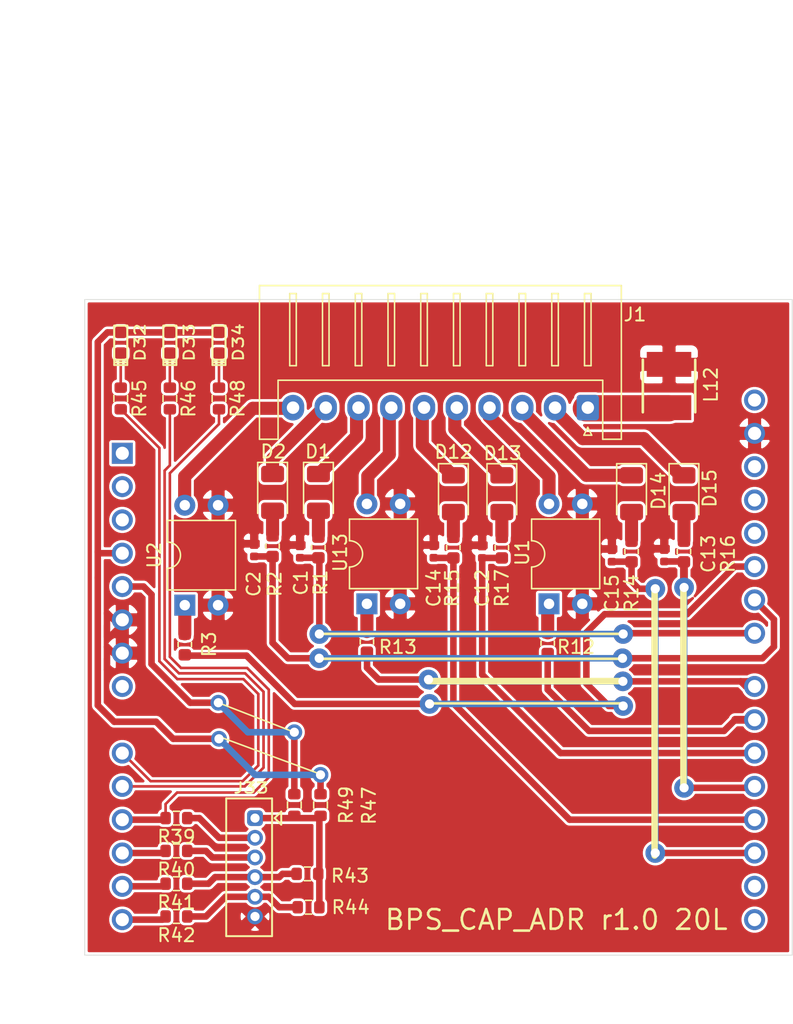
<source format=kicad_pcb>
(kicad_pcb (version 20171130) (host pcbnew "(5.1.6)-1")
  (layers (0 F.Cu signal) (31 B.Cu signal) (34 B.Paste user hide) (35 F.Paste user) (36 B.SilkS user hide) (37 F.SilkS user) (38 B.Mask user hide) (39 F.Mask user) (44 Edge.Cuts user))
  (net 0 "")
  (net 1 "Net-(A12-Pad16)")
  (net 2 "Net-(A12-Pad15)")
  (net 3 "Net-(A12-Pad14)")
  (net 4 "Net-(A12-Pad13)")
  (net 5 "Net-(A12-Pad28)")
  (net 6 "Net-(A12-Pad12)")
  (net 7 "Net-(A12-Pad27)")
  (net 8 "Net-(A12-Pad11)")
  (net 9 "Net-(A12-Pad26)")
  (net 10 "Net-(A12-Pad10)")
  (net 11 "Net-(A12-Pad25)")
  (net 12 "Net-(A12-Pad9)")
  (net 13 "Net-(A12-Pad24)")
  (net 14 "Net-(A12-Pad8)")
  (net 15 "Net-(A12-Pad23)")
  (net 16 GND)
  (net 17 "Net-(A12-Pad22)")
  (net 18 "Net-(A12-Pad21)")
  (net 19 "Net-(A12-Pad20)")
  (net 20 "Net-(A12-Pad19)")
  (net 21 "Net-(A12-Pad3)")
  (net 22 "Net-(A12-Pad18)")
  (net 23 "Net-(A12-Pad2)")
  (net 24 "Net-(A12-Pad17)")
  (net 25 "Net-(A12-Pad1)")
  (net 26 "Net-(A12-Pad30)")
  (net 27 "Net-(D12-Pad2)")
  (net 28 WhiteSensor)
  (net 29 "Net-(D13-Pad2)")
  (net 30 PassSensor_Area3)
  (net 31 "Net-(D14-Pad2)")
  (net 32 PE_Camera_B17)
  (net 33 "Net-(D15-Pad2)")
  (net 34 PassSensor_Area2)
  (net 35 AIR3_Y012)
  (net 36 DeviceGND)
  (net 37 AIR2_Y006)
  (net 38 "Net-(R12-Pad2)")
  (net 39 "Net-(R13-Pad2)")
  (net 40 "Net-(D1-Pad2)")
  (net 41 Sensor1)
  (net 42 "Net-(D2-Pad2)")
  (net 43 PassSensor_Area1)
  (net 44 "Net-(R3-Pad2)")
  (net 45 AIR1_Y005)
  (net 46 +5V)
  (net 47 +3V3)
  (net 48 "Net-(D32-Pad1)")
  (net 49 "Net-(D33-Pad1)")
  (net 50 "Net-(D34-Pad1)")
  (net 51 D19_A5)
  (net 52 D18_A4)
  (net 53 "Net-(J33-Pad1)")
  (net 54 D16_A2)
  (net 55 D17_A3)
  (module Resistor_SMD:R_0603_1608Metric (layer F.Cu) (at 89 138.25 90)
    (fp_text reference R49 (at 0 3.95 90) (layer F.SilkS))
    (fp_text value 0)
    (pad 2 smd roundrect (at 0.825 0 90) (size 0.8 0.95) (layers F.Cu F.Paste F.Mask) (net 46 +5V))
    (pad 1 smd roundrect (at -0.825 0 90) (size 0.8 0.95) (layers F.Cu F.Paste F.Mask) (net 53 "Net-(J33-Pad1)"))
  )
  (module Resistor_SMD:R_0603_1608Metric (layer F.Cu) (at 83.25 107.25 270)
    (fp_text reference R48 (at 0 -1.43 90) (layer F.SilkS))
    (fp_text value 2.2k)
    (pad 2 smd roundrect (at 0.825 0 270) (size 0.8 0.95) (layers F.Cu F.Paste F.Mask) (net 8 "Net-(A12-Pad11)"))
    (pad 1 smd roundrect (at -0.825 0 270) (size 0.8 0.95) (layers F.Cu F.Paste F.Mask) (net 50 "Net-(D34-Pad1)"))
  )
  (module Resistor_SMD:R_0603_1608Metric (layer F.Cu) (at 91 138.25 90)
    (fp_text reference R47 (at -0.05 3.7 90) (layer F.SilkS))
    (fp_text value NC)
    (pad 2 smd roundrect (at 0.825 0 90) (size 0.8 0.95) (layers F.Cu F.Paste F.Mask) (net 47 +3V3))
    (pad 1 smd roundrect (at -0.825 0 90) (size 0.8 0.95) (layers F.Cu F.Paste F.Mask) (net 53 "Net-(J33-Pad1)"))
  )
  (module Resistor_SMD:R_0603_1608Metric (layer F.Cu) (at 79.5 107.25 270)
    (fp_text reference R46 (at 0 -1.43 90) (layer F.SilkS))
    (fp_text value 2.2k)
    (pad 2 smd roundrect (at 0.825 0 270) (size 0.8 0.95) (layers F.Cu F.Paste F.Mask) (net 10 "Net-(A12-Pad10)"))
    (pad 1 smd roundrect (at -0.825 0 270) (size 0.8 0.95) (layers F.Cu F.Paste F.Mask) (net 49 "Net-(D33-Pad1)"))
  )
  (module Resistor_SMD:R_0603_1608Metric (layer F.Cu) (at 75.75 107.25 270)
    (fp_text reference R45 (at 0 -1.43 90) (layer F.SilkS))
    (fp_text value 2.2k)
    (pad 2 smd roundrect (at 0.825 0 270) (size 0.8 0.95) (layers F.Cu F.Paste F.Mask) (net 12 "Net-(A12-Pad9)"))
    (pad 1 smd roundrect (at -0.825 0 270) (size 0.8 0.95) (layers F.Cu F.Paste F.Mask) (net 48 "Net-(D32-Pad1)"))
  )
  (module Resistor_SMD:R_0603_1608Metric (layer F.Cu) (at 90.085 146.045)
    (fp_text reference R44 (at 3.215 0.005) (layer F.SilkS))
    (fp_text value NC)
    (pad 2 smd roundrect (at 0.825 0) (size 0.8 0.95) (layers F.Cu F.Paste F.Mask) (net 53 "Net-(J33-Pad1)"))
    (pad 1 smd roundrect (at -0.825 0) (size 0.8 0.95) (layers F.Cu F.Paste F.Mask) (net 51 D19_A5))
  )
  (module Resistor_SMD:R_0603_1608Metric (layer F.Cu) (at 90 143.5)
    (fp_text reference R43 (at 3.25 0.15 180) (layer F.SilkS))
    (fp_text value NC)
    (pad 2 smd roundrect (at 0.825 0) (size 0.8 0.95) (layers F.Cu F.Paste F.Mask) (net 53 "Net-(J33-Pad1)"))
    (pad 1 smd roundrect (at -0.825 0) (size 0.8 0.95) (layers F.Cu F.Paste F.Mask) (net 52 D18_A4))
  )
  (module Resistor_SMD:R_0603_1608Metric (layer F.Cu) (at 80 146.75 180)
    (fp_text reference R42 (at 0 -1.43) (layer F.SilkS))
    (fp_text value 100)
    (pad 2 smd roundrect (at 0.825 0 180) (size 0.8 0.95) (layers F.Cu F.Paste F.Mask) (net 3 "Net-(A12-Pad14)"))
    (pad 1 smd roundrect (at -0.825 0 180) (size 0.8 0.95) (layers F.Cu F.Paste F.Mask) (net 51 D19_A5))
  )
  (module Resistor_SMD:R_0603_1608Metric (layer F.Cu) (at 80 144.25 180)
    (fp_text reference R41 (at 0 -1.43) (layer F.SilkS))
    (fp_text value 100)
    (pad 2 smd roundrect (at 0.825 0 180) (size 0.8 0.95) (layers F.Cu F.Paste F.Mask) (net 4 "Net-(A12-Pad13)"))
    (pad 1 smd roundrect (at -0.825 0 180) (size 0.8 0.95) (layers F.Cu F.Paste F.Mask) (net 52 D18_A4))
  )
  (module Resistor_SMD:R_0603_1608Metric (layer F.Cu) (at 80 141.75 180)
    (fp_text reference R40 (at 0 -1.43) (layer F.SilkS))
    (fp_text value 100)
    (pad 2 smd roundrect (at 0.825 0 180) (size 0.8 0.95) (layers F.Cu F.Paste F.Mask) (net 6 "Net-(A12-Pad12)"))
    (pad 1 smd roundrect (at -0.825 0 180) (size 0.8 0.95) (layers F.Cu F.Paste F.Mask) (net 55 D17_A3))
  )
  (module Resistor_SMD:R_0603_1608Metric (layer F.Cu) (at 80 139.25 180)
    (fp_text reference R39 (at 0 -1.43) (layer F.SilkS))
    (fp_text value 100)
    (pad 2 smd roundrect (at 0.825 0 180) (size 0.8 0.95) (layers F.Cu F.Paste F.Mask) (net 8 "Net-(A12-Pad11)"))
    (pad 1 smd roundrect (at -0.825 0 180) (size 0.8 0.95) (layers F.Cu F.Paste F.Mask) (net 54 D16_A2))
  )
  (module CapSorting:INDPM4040X180N (layer F.Cu) (at 117.6 106.3 270)
    (fp_text reference L12 (at -0.1 -3.2 90) (layer F.SilkS))
    (fp_text value "6.8uH(74404042068)" hide)
    (pad 1 smd rect (at -1.65 0 270) (size 1.9 3.4) (layers F.Cu F.Paste F.Mask) (net 16 GND))
    (pad 2 smd rect (at 1.65 0 270) (size 1.9 3.4) (layers F.Cu F.Paste F.Mask) (net 36 DeviceGND))
  )
  (module spot:ZH_B6B-ZR (layer F.Cu) (at 86 139.25 270)
    (fp_text reference J33 (at -2.3 0.3) (layer F.SilkS) (effects (font (size 0.8 1))))
    (fp_text value ZH_B6B-ZR)
    (pad 6 thru_hole circle (at 7.5 0 270) (size 1.2 1.2) (drill 0.7) (layers *.Cu *.Mask) (net 16 GND))
    (pad 5 thru_hole circle (at 6 0 270) (size 1.2 1.2) (drill 0.7) (layers *.Cu *.Mask) (net 51 D19_A5))
    (pad 4 thru_hole circle (at 4.5 0 270) (size 1.2 1.2) (drill 0.7) (layers *.Cu *.Mask) (net 52 D18_A4))
    (pad 1 thru_hole roundrect (at 0 0 270) (size 1.2 1.2) (drill 0.7) (layers *.Cu *.Mask) (net 53 "Net-(J33-Pad1)"))
    (pad 2 thru_hole circle (at 1.5 0 270) (size 1.2 1.2) (drill 0.7) (layers *.Cu *.Mask) (net 54 D16_A2))
    (pad 3 thru_hole circle (at 3 0 270) (size 1.2 1.2) (drill 0.7) (layers *.Cu *.Mask) (net 55 D17_A3))
  )
  (module Connector_JST:JST_XH_S10B-XH-A_1x10_P2.50mm_Horizontal (layer F.Cu) (at 111.4 107.95 180)
    (fp_text reference J1 (at -3.6 7.1) (layer F.SilkS))
    (fp_text value S10B-XH-A)
    (pad 10 thru_hole oval (at 22.5 0 180) (size 1.7 1.95) (drill 0.95) (layers *.Cu *.Mask) (net 45 AIR1_Y005))
    (pad 9 thru_hole oval (at 20 0 180) (size 1.7 1.95) (drill 0.95) (layers *.Cu *.Mask) (net 43 PassSensor_Area1))
    (pad 8 thru_hole oval (at 17.5 0 180) (size 1.7 1.95) (drill 0.95) (layers *.Cu *.Mask) (net 41 Sensor1))
    (pad 7 thru_hole oval (at 15 0 180) (size 1.7 1.95) (drill 0.95) (layers *.Cu *.Mask) (net 35 AIR3_Y012))
    (pad 6 thru_hole oval (at 12.5 0 180) (size 1.7 1.95) (drill 0.95) (layers *.Cu *.Mask) (net 28 WhiteSensor))
    (pad 5 thru_hole oval (at 10 0 180) (size 1.7 1.95) (drill 0.95) (layers *.Cu *.Mask) (net 30 PassSensor_Area3))
    (pad 4 thru_hole oval (at 7.5 0 180) (size 1.7 1.95) (drill 0.95) (layers *.Cu *.Mask) (net 37 AIR2_Y006))
    (pad 3 thru_hole oval (at 5 0 180) (size 1.7 1.95) (drill 0.95) (layers *.Cu *.Mask) (net 32 PE_Camera_B17))
    (pad 2 thru_hole oval (at 2.5 0 180) (size 1.7 1.95) (drill 0.95) (layers *.Cu *.Mask) (net 34 PassSensor_Area2))
    (pad 1 thru_hole roundrect (at 0 0 180) (size 1.7 1.95) (drill 0.95) (layers *.Cu *.Mask) (roundrect_rratio 0.1470588235294118) (net 36 DeviceGND))
  )
  (module spot:LED1608 (layer F.Cu) (at 83.25 103 270)
    (fp_text reference D34 (at -0.025 -1.475 90) (layer F.SilkS) (effects (font (size 0.8 1))))
    (fp_text value LED)
    (pad 1 smd roundrect (at 0.7875 0 270) (size 0.875 0.95) (layers F.Cu F.Paste F.Mask) (net 50 "Net-(D34-Pad1)"))
    (pad 2 smd roundrect (at -0.7875 0 270) (size 0.875 0.95) (layers F.Cu F.Paste F.Mask) (net 47 +3V3))
  )
  (module spot:LED1608 (layer F.Cu) (at 79.5 103 270)
    (fp_text reference D33 (at -0.025 -1.475 90) (layer F.SilkS) (effects (font (size 0.8 1))))
    (fp_text value LED)
    (pad 1 smd roundrect (at 0.7875 0 270) (size 0.875 0.95) (layers F.Cu F.Paste F.Mask) (net 49 "Net-(D33-Pad1)"))
    (pad 2 smd roundrect (at -0.7875 0 270) (size 0.875 0.95) (layers F.Cu F.Paste F.Mask) (net 47 +3V3))
  )
  (module spot:LED1608 (layer F.Cu) (at 75.75 103 270)
    (fp_text reference D32 (at -0.025 -1.475 90) (layer F.SilkS) (effects (font (size 0.8 1))))
    (fp_text value LED)
    (pad 1 smd roundrect (at 0.7875 0 270) (size 0.875 0.95) (layers F.Cu F.Paste F.Mask) (net 48 "Net-(D32-Pad1)"))
    (pad 2 smd roundrect (at -0.7875 0 270) (size 0.875 0.95) (layers F.Cu F.Paste F.Mask) (net 47 +3V3))
  )
  (module Package_DIP:DIP-4_W7.62mm (layer F.Cu) (at 80.64 123.01 90)
    (fp_text reference U2 (at 3.81 -2.33 90) (layer F.SilkS))
    (fp_text value TLP785)
    (pad 1 thru_hole rect (at 0 0 90) (size 1.6 1.6) (drill 0.8) (layers *.Cu *.Mask) (net 44 "Net-(R3-Pad2)"))
    (pad 3 thru_hole oval (at 7.62 2.54 90) (size 1.6 1.6) (drill 0.8) (layers *.Cu *.Mask) (net 16 GND))
    (pad 2 thru_hole oval (at 0 2.54 90) (size 1.6 1.6) (drill 0.8) (layers *.Cu *.Mask) (net 16 GND))
    (pad 4 thru_hole oval (at 7.62 0 90) (size 1.6 1.6) (drill 0.8) (layers *.Cu *.Mask) (net 45 AIR1_Y005))
  )
  (module Resistor_SMD:R_0603_1608Metric (layer F.Cu) (at 80.64 126.01 90)
    (fp_text reference R3 (at 0.01 1.86 90) (layer F.SilkS))
    (fp_text value 1k)
    (pad 1 smd roundrect (at -0.7875 0 90) (size 0.875 0.95) (layers F.Cu F.Paste F.Mask) (net 11 "Net-(A12-Pad25)"))
    (pad 2 smd roundrect (at 0.7875 0 90) (size 0.875 0.95) (layers F.Cu F.Paste F.Mask) (net 44 "Net-(R3-Pad2)"))
  )
  (module Resistor_SMD:R_0603_1608Metric (layer F.Cu) (at 87.34 118.51 90)
    (fp_text reference R2 (at -2.89 0.16 90) (layer F.SilkS))
    (fp_text value 1k)
    (pad 1 smd roundrect (at -0.7875 0 90) (size 0.875 0.95) (layers F.Cu F.Paste F.Mask) (net 13 "Net-(A12-Pad24)"))
    (pad 2 smd roundrect (at 0.7875 0 90) (size 0.875 0.95) (layers F.Cu F.Paste F.Mask) (net 42 "Net-(D2-Pad2)"))
  )
  (module Resistor_SMD:R_0603_1608Metric (layer F.Cu) (at 90.84 118.61 90)
    (fp_text reference R1 (at -2.69 0.16 90) (layer F.SilkS))
    (fp_text value 1k)
    (pad 1 smd roundrect (at -0.7875 0 90) (size 0.875 0.95) (layers F.Cu F.Paste F.Mask) (net 15 "Net-(A12-Pad23)"))
    (pad 2 smd roundrect (at 0.7875 0 90) (size 0.875 0.95) (layers F.Cu F.Paste F.Mask) (net 40 "Net-(D1-Pad2)"))
  )
  (module Diode_SMD:D_1206_3216Metric (layer F.Cu) (at 87.34 114.41 270)
    (fp_text reference D2 (at -3.11 -0.06 180) (layer F.SilkS))
    (fp_text value RB060M-60TR)
    (pad 1 smd roundrect (at -1.4 0 270) (size 1.25 1.75) (layers F.Cu F.Paste F.Mask) (roundrect_rratio 0.2) (net 43 PassSensor_Area1))
    (pad 2 smd roundrect (at 1.4 0 270) (size 1.25 1.75) (layers F.Cu F.Paste F.Mask) (roundrect_rratio 0.2) (net 42 "Net-(D2-Pad2)"))
  )
  (module Diode_SMD:D_1206_3216Metric (layer F.Cu) (at 90.84 114.41 270)
    (fp_text reference D1 (at -3.11 0.04) (layer F.SilkS))
    (fp_text value RB060M-60TR)
    (pad 1 smd roundrect (at -1.4 0 270) (size 1.25 1.75) (layers F.Cu F.Paste F.Mask) (roundrect_rratio 0.2) (net 41 Sensor1))
    (pad 2 smd roundrect (at 1.4 0 270) (size 1.25 1.75) (layers F.Cu F.Paste F.Mask) (roundrect_rratio 0.2) (net 40 "Net-(D1-Pad2)"))
  )
  (module Resistor_SMD:R_0402_1005Metric (layer F.Cu) (at 85.94 118.81 90)
    (fp_text reference C2 (at -2.59 -0.04 90) (layer F.SilkS))
    (fp_text value 0.22u)
    (pad 1 smd roundrect (at -0.485 0 90) (size 0.59 0.64) (layers F.Cu F.Paste F.Mask) (net 13 "Net-(A12-Pad24)"))
    (pad 2 smd roundrect (at 0.485 0 90) (size 0.59 0.64) (layers F.Cu F.Paste F.Mask) (net 16 GND))
  )
  (module Resistor_SMD:R_0402_1005Metric (layer F.Cu) (at 89.44 118.91 90)
    (fp_text reference C1 (at -2.39 0.06 90) (layer F.SilkS))
    (fp_text value 0.22u)
    (pad 1 smd roundrect (at -0.485 0 90) (size 0.59 0.64) (layers F.Cu F.Paste F.Mask) (net 15 "Net-(A12-Pad23)"))
    (pad 2 smd roundrect (at 0.485 0 90) (size 0.59 0.64) (layers F.Cu F.Paste F.Mask) (net 16 GND))
  )
  (module Module:Arduino_UNO_R2 (layer B.Cu) (at 100 100 180)
    (fp_text reference A12 hide)
    (fp_text value Arduino_UNO_R3 hide)
    (pad 30 thru_hole oval (at -24.13 -7.37 180) (size 1.6 1.6) (drill 1) (layers *.Cu *.Mask) (net 26 "Net-(A12-Pad30)"))
    (pad 17 thru_hole oval (at -24.13 -41.91 180) (size 1.6 1.6) (drill 1) (layers *.Cu *.Mask) (net 24 "Net-(A12-Pad17)"))
    (pad 25 thru_hole oval (at -24.13 -20.07 180) (size 1.6 1.6) (drill 1) (layers *.Cu *.Mask) (net 11 "Net-(A12-Pad25)"))
    (pad 6 thru_hole oval (at 24.13 -24.13 180) (size 1.6 1.6) (drill 1) (layers *.Cu *.Mask) (net 16 GND))
    (pad 10 thru_hole oval (at 24.13 -36.83 180) (size 1.6 1.6) (drill 1) (layers *.Cu *.Mask) (net 10 "Net-(A12-Pad10)"))
    (pad 15 thru_hole oval (at -24.13 -46.99 180) (size 1.6 1.6) (drill 1) (layers *.Cu *.Mask) (net 2 "Net-(A12-Pad15)"))
    (pad 29 thru_hole oval (at -24.13 -9.91 180) (size 1.6 1.6) (drill 1) (layers *.Cu *.Mask) (net 16 GND))
    (pad 20 thru_hole oval (at -24.13 -34.29 180) (size 1.6 1.6) (drill 1) (layers *.Cu *.Mask) (net 19 "Net-(A12-Pad20)"))
    (pad 7 thru_hole oval (at 24.13 -26.67 180) (size 1.6 1.6) (drill 1) (layers *.Cu *.Mask) (net 16 GND))
    (pad 5 thru_hole oval (at 24.13 -21.59 180) (size 1.6 1.6) (drill 1) (layers *.Cu *.Mask) (net 46 +5V))
    (pad 12 thru_hole oval (at 24.13 -41.91 180) (size 1.6 1.6) (drill 1) (layers *.Cu *.Mask) (net 6 "Net-(A12-Pad12)"))
    (pad 4 thru_hole oval (at 24.13 -19.05 180) (size 1.6 1.6) (drill 1) (layers *.Cu *.Mask) (net 47 +3V3))
    (pad 28 thru_hole oval (at -24.13 -12.45 180) (size 1.6 1.6) (drill 1) (layers *.Cu *.Mask) (net 5 "Net-(A12-Pad28)"))
    (pad 14 thru_hole oval (at 24.13 -46.99 180) (size 1.6 1.6) (drill 1) (layers *.Cu *.Mask) (net 3 "Net-(A12-Pad14)"))
    (pad 26 thru_hole oval (at -24.13 -17.53 180) (size 1.6 1.6) (drill 1) (layers *.Cu *.Mask) (net 9 "Net-(A12-Pad26)"))
    (pad 11 thru_hole oval (at 24.13 -39.37 180) (size 1.6 1.6) (drill 1) (layers *.Cu *.Mask) (net 8 "Net-(A12-Pad11)"))
    (pad 24 thru_hole oval (at -24.13 -22.61 180) (size 1.6 1.6) (drill 1) (layers *.Cu *.Mask) (net 13 "Net-(A12-Pad24)"))
    (pad 16 thru_hole oval (at -24.13 -44.45 180) (size 1.6 1.6) (drill 1) (layers *.Cu *.Mask) (net 1 "Net-(A12-Pad16)"))
    (pad 13 thru_hole oval (at 24.13 -44.45 180) (size 1.6 1.6) (drill 1) (layers *.Cu *.Mask) (net 4 "Net-(A12-Pad13)"))
    (pad 8 thru_hole oval (at 24.13 -29.21 180) (size 1.6 1.6) (drill 1) (layers *.Cu *.Mask) (net 14 "Net-(A12-Pad8)"))
    (pad 2 thru_hole oval (at 24.13 -13.97 180) (size 1.6 1.6) (drill 1) (layers *.Cu *.Mask) (net 23 "Net-(A12-Pad2)"))
    (pad 18 thru_hole oval (at -24.13 -39.37 180) (size 1.6 1.6) (drill 1) (layers *.Cu *.Mask) (net 22 "Net-(A12-Pad18)"))
    (pad 27 thru_hole oval (at -24.13 -14.99 180) (size 1.6 1.6) (drill 1) (layers *.Cu *.Mask) (net 7 "Net-(A12-Pad27)"))
    (pad 9 thru_hole oval (at 24.13 -34.29 180) (size 1.6 1.6) (drill 1) (layers *.Cu *.Mask) (net 12 "Net-(A12-Pad9)"))
    (pad 23 thru_hole oval (at -24.13 -25.15 180) (size 1.6 1.6) (drill 1) (layers *.Cu *.Mask) (net 15 "Net-(A12-Pad23)"))
    (pad 3 thru_hole oval (at 24.13 -16.51 180) (size 1.6 1.6) (drill 1) (layers *.Cu *.Mask) (net 21 "Net-(A12-Pad3)"))
    (pad 21 thru_hole oval (at -24.13 -31.75 180) (size 1.6 1.6) (drill 1) (layers *.Cu *.Mask) (net 18 "Net-(A12-Pad21)"))
    (pad 19 thru_hole oval (at -24.13 -36.83 180) (size 1.6 1.6) (drill 1) (layers *.Cu *.Mask) (net 20 "Net-(A12-Pad19)"))
    (pad 22 thru_hole oval (at -24.13 -29.21 180) (size 1.6 1.6) (drill 1) (layers *.Cu *.Mask) (net 17 "Net-(A12-Pad22)"))
    (pad 1 thru_hole rect (at 24.13 -11.43 180) (size 1.6 1.6) (drill 1) (layers *.Cu *.Mask) (net 25 "Net-(A12-Pad1)"))
  )
  (module Resistor_SMD:R_0603_1608Metric (layer F.Cu) (at 104.84 118.6225 90)
    (fp_text reference R17 (at -3.0875 0 270) (layer F.SilkS))
    (fp_text value 1k)
    (pad 1 smd roundrect (at -0.7875 0 90) (size 0.875 0.95) (layers F.Cu F.Paste F.Mask) (net 19 "Net-(A12-Pad20)"))
    (pad 2 smd roundrect (at 0.7875 0 90) (size 0.875 0.95) (layers F.Cu F.Paste F.Mask) (net 29 "Net-(D13-Pad2)"))
  )
  (module Resistor_SMD:R_0603_1608Metric (layer F.Cu) (at 118.74 118.9225 90)
    (fp_text reference R16 (at -0.1775 3.36 270) (layer F.SilkS))
    (fp_text value 1k)
    (pad 1 smd roundrect (at -0.7875 0 90) (size 0.875 0.95) (layers F.Cu F.Paste F.Mask) (net 20 "Net-(A12-Pad19)"))
    (pad 2 smd roundrect (at 0.7875 0 90) (size 0.875 0.95) (layers F.Cu F.Paste F.Mask) (net 33 "Net-(D15-Pad2)"))
  )
  (module Resistor_SMD:R_0603_1608Metric (layer F.Cu) (at 101.14 118.6225 90)
    (fp_text reference R15 (at -3.0875 -0.1 270) (layer F.SilkS))
    (fp_text value 1k)
    (pad 1 smd roundrect (at -0.7875 0 90) (size 0.875 0.95) (layers F.Cu F.Paste F.Mask) (net 22 "Net-(A12-Pad18)"))
    (pad 2 smd roundrect (at 0.7875 0 90) (size 0.875 0.95) (layers F.Cu F.Paste F.Mask) (net 27 "Net-(D12-Pad2)"))
  )
  (module Resistor_SMD:R_0603_1608Metric (layer F.Cu) (at 114.74 118.9225 90)
    (fp_text reference R14 (at -3.1875 0 270) (layer F.SilkS))
    (fp_text value 1k)
    (pad 1 smd roundrect (at -0.7875 0 90) (size 0.875 0.95) (layers F.Cu F.Paste F.Mask) (net 24 "Net-(A12-Pad17)"))
    (pad 2 smd roundrect (at 0.7875 0 90) (size 0.875 0.95) (layers F.Cu F.Paste F.Mask) (net 31 "Net-(D14-Pad2)"))
  )
  (module Resistor_SMD:R_0603_1608Metric (layer F.Cu) (at 94.54 125.81 90)
    (fp_text reference R13 (at -0.39 2.36) (layer F.SilkS))
    (fp_text value 1k)
    (pad 1 smd roundrect (at -0.7875 0 90) (size 0.875 0.95) (layers F.Cu F.Paste F.Mask) (net 17 "Net-(A12-Pad22)"))
    (pad 2 smd roundrect (at 0.7875 0 90) (size 0.875 0.95) (layers F.Cu F.Paste F.Mask) (net 39 "Net-(R13-Pad2)"))
  )
  (module Resistor_SMD:R_0603_1608Metric (layer F.Cu) (at 108.34 125.91 90)
    (fp_text reference R12 (at -0.29 2.16 180) (layer F.SilkS))
    (fp_text value 1k)
    (pad 1 smd roundrect (at -0.7875 0 90) (size 0.875 0.95) (layers F.Cu F.Paste F.Mask) (net 18 "Net-(A12-Pad21)"))
    (pad 2 smd roundrect (at 0.7875 0 90) (size 0.875 0.95) (layers F.Cu F.Paste F.Mask) (net 38 "Net-(R12-Pad2)"))
  )
  (module Package_DIP:DIP-4_W7.62mm (layer F.Cu) (at 94.54 122.91 90)
    (fp_text reference U13 (at 3.91 -2.04 90) (layer F.SilkS))
    (fp_text value TLP785)
    (pad 1 thru_hole rect (at 0 0 90) (size 1.6 1.6) (drill 0.8) (layers *.Cu *.Mask) (net 39 "Net-(R13-Pad2)"))
    (pad 3 thru_hole oval (at 7.62 2.54 90) (size 1.6 1.6) (drill 0.8) (layers *.Cu *.Mask) (net 16 GND))
    (pad 2 thru_hole oval (at 0 2.54 90) (size 1.6 1.6) (drill 0.8) (layers *.Cu *.Mask) (net 16 GND))
    (pad 4 thru_hole oval (at 7.62 0 90) (size 1.6 1.6) (drill 0.8) (layers *.Cu *.Mask) (net 35 AIR3_Y012))
  )
  (module Package_DIP:DIP-4_W7.62mm (layer F.Cu) (at 108.44 122.91 90)
    (fp_text reference U1 (at 3.91 -2.04 90) (layer F.SilkS))
    (fp_text value TLP785)
    (pad 1 thru_hole rect (at 0 0 90) (size 1.6 1.6) (drill 0.8) (layers *.Cu *.Mask) (net 38 "Net-(R12-Pad2)"))
    (pad 3 thru_hole oval (at 7.62 2.54 90) (size 1.6 1.6) (drill 0.8) (layers *.Cu *.Mask) (net 16 GND))
    (pad 2 thru_hole oval (at 0 2.54 90) (size 1.6 1.6) (drill 0.8) (layers *.Cu *.Mask) (net 16 GND))
    (pad 4 thru_hole oval (at 7.62 0 90) (size 1.6 1.6) (drill 0.8) (layers *.Cu *.Mask) (net 37 AIR2_Y006))
  )
  (module Diode_SMD:D_1206_3216Metric (layer F.Cu) (at 118.74 114.51 270)
    (fp_text reference D15 (at -0.41 -1.96 270) (layer F.SilkS))
    (fp_text value RB060M-60TR)
    (pad 1 smd roundrect (at -1.4 0 270) (size 1.25 1.75) (layers F.Cu F.Paste F.Mask) (roundrect_rratio 0.2) (net 34 PassSensor_Area2))
    (pad 2 smd roundrect (at 1.4 0 270) (size 1.25 1.75) (layers F.Cu F.Paste F.Mask) (roundrect_rratio 0.2) (net 33 "Net-(D15-Pad2)"))
  )
  (module Diode_SMD:D_1206_3216Metric (layer F.Cu) (at 114.74 114.51 270)
    (fp_text reference D14 (at -0.21 -2.06 270) (layer F.SilkS))
    (fp_text value RB060M-60TR)
    (pad 2 smd roundrect (at 1.4 0 270) (size 1.25 1.75) (layers F.Cu F.Paste F.Mask) (roundrect_rratio 0.2) (net 31 "Net-(D14-Pad2)"))
    (pad 1 smd roundrect (at -1.4 0 270) (size 1.25 1.75) (layers F.Cu F.Paste F.Mask) (roundrect_rratio 0.2) (net 32 PE_Camera_B17))
  )
  (module Diode_SMD:D_1206_3216Metric (layer F.Cu) (at 104.84 114.51 270)
    (fp_text reference D13 (at -3.085 -0.06) (layer F.SilkS))
    (fp_text value RB060M-60TR)
    (pad 1 smd roundrect (at -1.4 0 270) (size 1.25 1.75) (layers F.Cu F.Paste F.Mask) (roundrect_rratio 0.2) (net 30 PassSensor_Area3))
    (pad 2 smd roundrect (at 1.4 0 270) (size 1.25 1.75) (layers F.Cu F.Paste F.Mask) (roundrect_rratio 0.2) (net 29 "Net-(D13-Pad2)"))
  )
  (module Diode_SMD:D_1206_3216Metric (layer F.Cu) (at 101.14 114.51 270)
    (fp_text reference D12 (at -3.185 -0.01 180) (layer F.SilkS))
    (fp_text value RB060M-60TR)
    (pad 1 smd roundrect (at -1.4 0 270) (size 1.25 1.75) (layers F.Cu F.Paste F.Mask) (roundrect_rratio 0.2) (net 28 WhiteSensor))
    (pad 2 smd roundrect (at 1.4 0 270) (size 1.25 1.75) (layers F.Cu F.Paste F.Mask) (roundrect_rratio 0.2) (net 27 "Net-(D12-Pad2)"))
  )
  (module Resistor_SMD:R_0402_1005Metric (layer F.Cu) (at 113.24 119.21 90)
    (fp_text reference C15 (at -2.9 0 270) (layer F.SilkS))
    (fp_text value 0.22u)
    (pad 1 smd roundrect (at -0.485 0 90) (size 0.59 0.64) (layers F.Cu F.Paste F.Mask) (net 24 "Net-(A12-Pad17)"))
    (pad 2 smd roundrect (at 0.485 0 90) (size 0.59 0.64) (layers F.Cu F.Paste F.Mask) (net 16 GND))
  )
  (module Resistor_SMD:R_0402_1005Metric (layer F.Cu) (at 99.64 118.91 90)
    (fp_text reference C14 (at -2.8 0 270) (layer F.SilkS))
    (fp_text value 0.22u)
    (pad 1 smd roundrect (at -0.485 0 90) (size 0.59 0.64) (layers F.Cu F.Paste F.Mask) (net 22 "Net-(A12-Pad18)"))
    (pad 2 smd roundrect (at 0.485 0 90) (size 0.59 0.64) (layers F.Cu F.Paste F.Mask) (net 16 GND))
  )
  (module Resistor_SMD:R_0402_1005Metric (layer F.Cu) (at 117.24 119.195 90)
    (fp_text reference C13 (at 0.095 3.36 270) (layer F.SilkS))
    (fp_text value 0.22u)
    (pad 1 smd roundrect (at -0.485 0 90) (size 0.59 0.64) (layers F.Cu F.Paste F.Mask) (net 20 "Net-(A12-Pad19)"))
    (pad 2 smd roundrect (at 0.485 0 90) (size 0.59 0.64) (layers F.Cu F.Paste F.Mask) (net 16 GND))
  )
  (module Resistor_SMD:R_0402_1005Metric (layer F.Cu) (at 103.34 118.925 90)
    (fp_text reference C12 (at -2.785 0 270) (layer F.SilkS))
    (fp_text value 0.22u)
    (pad 1 smd roundrect (at -0.485 0 90) (size 0.59 0.64) (layers F.Cu F.Paste F.Mask) (net 19 "Net-(A12-Pad20)"))
    (pad 2 smd roundrect (at 0.485 0 90) (size 0.59 0.64) (layers F.Cu F.Paste F.Mask) (net 16 GND))
  )
  (gr_text "BPS_CAP_ADR r1.0 20L" (at 109 147) (layer F.SilkS) (effects (font (size 1.5 1.5) (thickness 0.2))))
  (gr_line (start 91 135.9) (end 83.3 133.05) (layer F.SilkS) (width 0.12))
  (gr_line (start 89 132.7) (end 83.2 130.45) (layer F.SilkS) (width 0.12))
  (gr_line (start 114.1 128.8) (end 99.2 128.8) (layer F.SilkS) (width 0.5))
  (gr_line (start 99.3 130.5) (end 114.2 130.5) (layer F.SilkS) (width 0.2))
  (gr_line (start 90.9 127.1) (end 114.1 127.1) (layer F.SilkS) (width 0.2))
  (gr_line (start 114.1 125.2) (end 90.9 125.2) (layer F.SilkS) (width 0.2))
  (gr_line (start 118.7 121.7) (end 118.7 137) (layer F.SilkS) (width 0.5))
  (gr_line (start 116.5 121.7) (end 116.5 142.1) (layer F.SilkS) (width 0.5))
  (gr_line (start 127 149.7) (end 127 99.7) (layer Edge.Cuts) (width 0.05))
  (gr_line (start 73 149.7) (end 73 99.7) (layer Edge.Cuts) (width 0.05))
  (gr_line (start 73.7 149.7) (end 73 149.7) (layer Edge.Cuts) (width 0.05))
  (gr_line (start 127 149.7) (end 73.7 149.7) (layer Edge.Cuts) (width 0.05))
  (gr_line (start 73 99.7) (end 127 99.7) (layer Edge.Cuts) (width 0.05))
  (segment (start 78.935 146.99) (end 79.175 146.75) (width 0.5) (layer F.Cu) (net 3))
  (segment (start 75.87 146.99) (end 78.935 146.99) (width 0.5) (layer F.Cu) (net 3))
  (segment (start 78.975 144.45) (end 79.175 144.25) (width 0.5) (layer F.Cu) (net 4))
  (segment (start 75.87 144.45) (end 78.975 144.45) (width 0.5) (layer F.Cu) (net 4))
  (segment (start 79.015 141.91) (end 79.175 141.75) (width 0.5) (layer F.Cu) (net 6))
  (segment (start 75.87 141.91) (end 79.015 141.91) (width 0.5) (layer F.Cu) (net 6))
  (segment (start 75.87 139.37) (end 79.055 139.37) (width 0.5) (layer F.Cu) (net 8))
  (segment (start 79.175 139.25) (end 79.175 138.175) (width 0.2) (layer F.Cu) (net 8))
  (segment (start 79.175 138.175) (end 80.05 137.3) (width 0.2) (layer F.Cu) (net 8))
  (segment (start 80.05 137.3) (end 85.9 137.3) (width 0.2) (layer F.Cu) (net 8))
  (segment (start 85.9 137.3) (end 87.05 136.15) (width 0.2) (layer F.Cu) (net 8))
  (segment (start 87.05 136.15) (end 87.05 129.45) (width 0.2) (layer F.Cu) (net 8))
  (segment (start 87.05 129.45) (end 85.4 127.8) (width 0.2) (layer F.Cu) (net 8))
  (segment (start 85.4 127.8) (end 80.35 127.8) (width 0.2) (layer F.Cu) (net 8))
  (segment (start 80.35 127.8) (end 79.5 126.95) (width 0.2) (layer F.Cu) (net 8))
  (segment (start 79.5 126.95) (end 79.5 112.95) (width 0.2) (layer F.Cu) (net 8))
  (segment (start 83.25 109.2) (end 83.25 108.075) (width 0.2) (layer F.Cu) (net 8))
  (segment (start 79.5 112.95) (end 83.25 109.2) (width 0.2) (layer F.Cu) (net 8))
  (segment (start 79.5 108.075) (end 79.5 112.35) (width 0.2) (layer F.Cu) (net 10))
  (segment (start 79.5 112.35) (end 79.1 112.75) (width 0.2) (layer F.Cu) (net 10))
  (segment (start 79.1 112.75) (end 79.1 127.115698) (width 0.2) (layer F.Cu) (net 10))
  (segment (start 79.1 127.115698) (end 80.192151 128.207849) (width 0.2) (layer F.Cu) (net 10))
  (segment (start 80.192151 128.207849) (end 85.242151 128.207849) (width 0.2) (layer F.Cu) (net 10))
  (segment (start 85.242151 128.207849) (end 86.64999 129.615688) (width 0.2) (layer F.Cu) (net 10))
  (segment (start 86.64999 129.615688) (end 86.64999 135.40001) (width 0.2) (layer F.Cu) (net 10))
  (segment (start 85.22 136.83) (end 75.87 136.83) (width 0.2) (layer F.Cu) (net 10))
  (segment (start 86.64999 135.40001) (end 85.22 136.83) (width 0.2) (layer F.Cu) (net 10))
  (segment (start 114.11 130.54) (end 99.32 130.54) (width 0.5) (layer B.Cu) (net 11))
  (segment (start 99.32 130.54) (end 99.32 130.54) (width 0.5) (layer B.Cu) (net 11))
  (via (at 99.32 130.54) (size 1.5) (drill 0.7) (layers F.Cu B.Cu) (net 11))
  (segment (start 99.32 130.54) (end 89.03 130.54) (width 0.5) (layer F.Cu) (net 11))
  (segment (start 89.03 130.54) (end 85.35 126.86) (width 0.5) (layer F.Cu) (net 11))
  (segment (start 85.35 126.86) (end 80.68 126.86) (width 0.5) (layer F.Cu) (net 11))
  (segment (start 122.6 120.07) (end 124.13 120.07) (width 0.5) (layer F.Cu) (net 11))
  (segment (start 118.97 123.7) (end 122.6 120.07) (width 0.5) (layer F.Cu) (net 11))
  (segment (start 111.29 125.1) (end 112.69 123.7) (width 0.5) (layer F.Cu) (net 11))
  (segment (start 111.29 128.99) (end 111.29 125.1) (width 0.5) (layer F.Cu) (net 11))
  (segment (start 112.84 130.54) (end 111.29 128.99) (width 0.5) (layer F.Cu) (net 11))
  (segment (start 112.69 123.7) (end 118.97 123.7) (width 0.5) (layer F.Cu) (net 11))
  (segment (start 114.11 130.54) (end 112.84 130.54) (width 0.5) (layer F.Cu) (net 11))
  (via (at 114.1 130.7) (size 1.5) (drill 0.7) (layers F.Cu B.Cu) (net 11))
  (segment (start 113 130.7) (end 112.84 130.54) (width 0.5) (layer F.Cu) (net 11))
  (segment (start 114.1 130.7) (end 113 130.7) (width 0.5) (layer F.Cu) (net 11))
  (segment (start 75.87 134.29) (end 75.89 134.29) (width 0.2) (layer F.Cu) (net 12))
  (segment (start 75.89 134.29) (end 78.02999 136.42999) (width 0.2) (layer F.Cu) (net 12))
  (segment (start 78.02999 136.42999) (end 85.054312 136.42999) (width 0.2) (layer F.Cu) (net 12))
  (segment (start 85.054312 136.42999) (end 86.24998 135.234322) (width 0.2) (layer F.Cu) (net 12))
  (segment (start 86.24998 135.234322) (end 86.24998 129.781376) (width 0.2) (layer F.Cu) (net 12))
  (segment (start 86.24998 129.781376) (end 85.118604 128.65) (width 0.2) (layer F.Cu) (net 12))
  (segment (start 85.118604 128.65) (end 80.068604 128.65) (width 0.2) (layer F.Cu) (net 12))
  (segment (start 80.068604 128.65) (end 78.69999 127.281386) (width 0.2) (layer F.Cu) (net 12))
  (segment (start 78.69999 111.02499) (end 75.75 108.075) (width 0.2) (layer F.Cu) (net 12))
  (segment (start 78.69999 127.281386) (end 78.69999 111.02499) (width 0.2) (layer F.Cu) (net 12))
  (segment (start 85.94 119.295) (end 87.285 119.295) (width 0.5) (layer F.Cu) (net 13))
  (segment (start 90.9 127.06) (end 90.9 127.06) (width 0.5) (layer B.Cu) (net 13))
  (via (at 90.9 127.06) (size 1.5) (drill 0.7) (layers F.Cu B.Cu) (net 13))
  (segment (start 87.34 119.2975) (end 87.34 125.88) (width 0.5) (layer F.Cu) (net 13))
  (segment (start 88.52 127.06) (end 90.9 127.06) (width 0.5) (layer F.Cu) (net 13))
  (segment (start 87.34 125.88) (end 88.52 127.06) (width 0.5) (layer F.Cu) (net 13))
  (via (at 114.05 127.06) (size 1.5) (drill 0.7) (layers F.Cu B.Cu) (net 13))
  (segment (start 124.13 122.62) (end 124.13 122.61) (width 0.5) (layer F.Cu) (net 13))
  (segment (start 114.05 127.06) (end 124.73 127.06) (width 0.5) (layer F.Cu) (net 13))
  (segment (start 124.73 127.06) (end 125.61 126.18) (width 0.5) (layer F.Cu) (net 13))
  (segment (start 125.61 126.18) (end 125.61 124.1) (width 0.5) (layer F.Cu) (net 13))
  (segment (start 125.61 124.1) (end 124.13 122.62) (width 0.5) (layer F.Cu) (net 13))
  (segment (start 114.05 127.06) (end 90.9 127.06) (width 0.5) (layer B.Cu) (net 13))
  (segment (start 90.84 119.3975) (end 89.5625 119.3975) (width 0.5) (layer F.Cu) (net 15))
  (segment (start 90.91 125.21) (end 90.87 125.21) (width 0.5) (layer B.Cu) (net 15))
  (via (at 90.91 125.21) (size 1.5) (drill 0.7) (layers F.Cu B.Cu) (net 15))
  (segment (start 90.91 125.21) (end 90.91 119.44) (width 0.5) (layer F.Cu) (net 15))
  (segment (start 114.1 125.21) (end 90.91 125.21) (width 0.5) (layer B.Cu) (net 15))
  (via (at 114.1 125.21) (size 1.5) (drill 0.7) (layers F.Cu B.Cu) (net 15))
  (segment (start 114.16 125.15) (end 114.1 125.21) (width 0.5) (layer F.Cu) (net 15))
  (segment (start 124.13 125.15) (end 114.16 125.15) (width 0.5) (layer F.Cu) (net 15))
  (segment (start 75.87 124.13) (end 75.23 124.13) (width 0.5) (layer F.Cu) (net 16))
  (segment (start 75.23 124.13) (end 74.7 123.6) (width 0.5) (layer F.Cu) (net 16))
  (segment (start 75.87 124.13) (end 75.87 124.43) (width 0.5) (layer F.Cu) (net 16))
  (segment (start 75.87 124.13) (end 75.87 124.48) (width 0.5) (layer F.Cu) (net 16))
  (segment (start 75.87 124.48) (end 75.1 125.25) (width 0.5) (layer F.Cu) (net 16))
  (segment (start 75.87 126.67) (end 75.19501 126.67) (width 0.5) (layer F.Cu) (net 16))
  (segment (start 75.19501 126.67) (end 74.70001 126.175) (width 0.5) (layer F.Cu) (net 16))
  (segment (start 74.70001 126.175) (end 74.70001 127.925) (width 0.5) (layer F.Cu) (net 16))
  (segment (start 74.70001 127.925) (end 74.70001 127.97501) (width 0.5) (layer F.Cu) (net 16))
  (segment (start 74.7 123.6) (end 74.7 125.45) (width 0.5) (layer F.Cu) (net 16))
  (segment (start 99.34 129.21) (end 99.34 129.21) (width 0.5) (layer B.Cu) (net 17))
  (via (at 99.24 128.68) (size 1.5) (drill 0.7) (layers F.Cu B.Cu) (net 17))
  (via (at 114.08 128.82) (size 1.5) (drill 0.7) (layers F.Cu B.Cu) (net 17))
  (segment (start 99.38 128.82) (end 99.24 128.68) (width 0.5) (layer B.Cu) (net 17))
  (segment (start 114.08 128.82) (end 99.38 128.82) (width 0.5) (layer B.Cu) (net 17))
  (segment (start 124.13 129.21) (end 123.97 129.21) (width 0.5) (layer F.Cu) (net 17))
  (segment (start 123.97 129.21) (end 123.58 128.82) (width 0.5) (layer F.Cu) (net 17))
  (segment (start 123.46 129.21) (end 123.07 128.82) (width 0.5) (layer F.Cu) (net 17))
  (segment (start 123.07 128.82) (end 114.08 128.82) (width 0.5) (layer F.Cu) (net 17))
  (segment (start 124.13 129.21) (end 123.46 129.21) (width 0.5) (layer F.Cu) (net 17))
  (segment (start 123.58 128.82) (end 123.07 128.82) (width 0.5) (layer F.Cu) (net 17))
  (segment (start 99.24 128.68) (end 95.44 128.68) (width 0.5) (layer F.Cu) (net 17))
  (segment (start 95.44 128.68) (end 94.55 127.79) (width 0.5) (layer F.Cu) (net 17))
  (segment (start 94.55 127.79) (end 94.55 126.66) (width 0.5) (layer F.Cu) (net 17))
  (segment (start 108.34 126.6975) (end 108.34 129.45) (width 0.5) (layer F.Cu) (net 18))
  (segment (start 108.34 129.45) (end 110.62 131.73) (width 0.5) (layer F.Cu) (net 18))
  (segment (start 124.13 131.75) (end 122.65 131.75) (width 0.6) (layer F.Cu) (net 18))
  (segment (start 122.65 131.75) (end 121.8 132.6) (width 0.5) (layer F.Cu) (net 18))
  (segment (start 111.49 132.6) (end 110.62 131.73) (width 0.5) (layer F.Cu) (net 18))
  (segment (start 121.8 132.6) (end 111.49 132.6) (width 0.5) (layer F.Cu) (net 18))
  (segment (start 104.84 119.41) (end 103.34 119.41) (width 0.5) (layer F.Cu) (net 19))
  (segment (start 103.34 119.41) (end 103.34 128.31) (width 0.5) (layer F.Cu) (net 19))
  (segment (start 103.34 128.31) (end 109.32 134.29) (width 0.5) (layer F.Cu) (net 19))
  (segment (start 109.32 134.29) (end 124.13 134.29) (width 0.5) (layer F.Cu) (net 19))
  (segment (start 117.24 119.68) (end 118.67 119.68) (width 0.5) (layer F.Cu) (net 20))
  (segment (start 124.13 136.83) (end 124.13 136.89) (width 0.5) (layer F.Cu) (net 20))
  (segment (start 124.13 136.89) (end 124.08 136.94) (width 0.5) (layer F.Cu) (net 20))
  (segment (start 124.08 136.94) (end 118.75 136.94) (width 0.5) (layer F.Cu) (net 20))
  (segment (start 118.75 136.94) (end 118.75 136.94) (width 0.5) (layer F.Cu) (net 20))
  (via (at 118.75 136.94) (size 1.5) (drill 0.7) (layers F.Cu B.Cu) (net 20))
  (segment (start 118.75 136.94) (end 118.75 121.66) (width 0.5) (layer B.Cu) (net 20))
  (segment (start 118.75 121.66) (end 118.75 121.66) (width 0.5) (layer B.Cu) (net 20))
  (via (at 118.75 121.66) (size 1.5) (drill 0.7) (layers F.Cu B.Cu) (net 20))
  (segment (start 118.74 121.65) (end 118.75 121.66) (width 0.6) (layer F.Cu) (net 20))
  (segment (start 118.74 119.71) (end 118.74 121.65) (width 0.6) (layer F.Cu) (net 20))
  (segment (start 101.14 119.41) (end 99.62 119.41) (width 0.5) (layer F.Cu) (net 22))
  (segment (start 124.13 139.37) (end 110.01 139.37) (width 0.5) (layer F.Cu) (net 22))
  (segment (start 110.01 139.37) (end 101.12 130.48) (width 0.5) (layer F.Cu) (net 22))
  (segment (start 101.14 130.46) (end 101.12 130.48) (width 0.5) (layer F.Cu) (net 22))
  (segment (start 101.14 119.41) (end 101.14 130.46) (width 0.5) (layer F.Cu) (net 22))
  (segment (start 114.74 119.71) (end 114.44 119.71) (width 0.25) (layer F.Cu) (net 24))
  (segment (start 114.44 119.71) (end 114.54 119.71) (width 0.25) (layer F.Cu) (net 24))
  (segment (start 113.24 119.695) (end 114.685 119.695) (width 0.5) (layer F.Cu) (net 24))
  (segment (start 124.13 141.91) (end 116.55 141.91) (width 0.5) (layer F.Cu) (net 24))
  (via (at 116.55 141.91) (size 1.5) (drill 0.7) (layers F.Cu B.Cu) (net 24))
  (segment (start 116.55 141.91) (end 116.55 121.76) (width 0.5) (layer B.Cu) (net 24))
  (segment (start 116.55 121.76) (end 116.55 121.76) (width 0.5) (layer B.Cu) (net 24))
  (via (at 116.55 121.76) (size 1.5) (drill 0.7) (layers F.Cu B.Cu) (net 24))
  (segment (start 114.74 119.71) (end 114.74 121.21) (width 0.5) (layer F.Cu) (net 24))
  (segment (start 115.29 121.76) (end 116.55 121.76) (width 0.5) (layer F.Cu) (net 24))
  (segment (start 114.74 121.21) (end 115.29 121.76) (width 0.5) (layer F.Cu) (net 24))
  (segment (start 101.14 115.91) (end 101.14 117.73) (width 1) (layer F.Cu) (net 27))
  (segment (start 101.14 113.11) (end 101.07 113.11) (width 1) (layer F.Cu) (net 28))
  (segment (start 101.07 113.11) (end 98.77 110.81) (width 1) (layer F.Cu) (net 28))
  (segment (start 98.77 110.81) (end 98.77 107.98) (width 1) (layer F.Cu) (net 28))
  (segment (start 104.84 115.91) (end 104.84 117.68) (width 1) (layer F.Cu) (net 29))
  (segment (start 104.84 113.11) (end 104.77 113.11) (width 1) (layer F.Cu) (net 30))
  (segment (start 104.77 113.11) (end 101.25 109.59) (width 1) (layer F.Cu) (net 30))
  (segment (start 101.25 109.59) (end 101.25 108.08) (width 1) (layer F.Cu) (net 30))
  (segment (start 114.74 115.91) (end 114.74 118.01) (width 1) (layer F.Cu) (net 31))
  (segment (start 114.74 113.11) (end 111.29 113.11) (width 1) (layer F.Cu) (net 32))
  (segment (start 111.29 113.11) (end 106.22 108.04) (width 1) (layer F.Cu) (net 32))
  (segment (start 118.74 115.91) (end 118.74 118.05) (width 1) (layer F.Cu) (net 33))
  (segment (start 108.75 108) (end 108.75 108.04) (width 1) (layer F.Cu) (net 34))
  (segment (start 108.75 108.04) (end 111.02 110.31) (width 1) (layer F.Cu) (net 34))
  (segment (start 111.02 110.31) (end 115.67 110.31) (width 1) (layer F.Cu) (net 34))
  (segment (start 115.67 110.31) (end 118.34 112.98) (width 1) (layer F.Cu) (net 34))
  (segment (start 96.25 108) (end 96.25 111.52) (width 1) (layer F.Cu) (net 35))
  (segment (start 96.25 111.52) (end 94.61 113.16) (width 1) (layer F.Cu) (net 35))
  (segment (start 94.61 113.16) (end 94.61 115.25) (width 1) (layer F.Cu) (net 35))
  (segment (start 111.25 108) (end 117.58 108) (width 2) (layer F.Cu) (net 36))
  (segment (start 108.44 115.29) (end 108.44 113.19) (width 1) (layer F.Cu) (net 37))
  (segment (start 108.44 113.19) (end 103.86 108.61) (width 1) (layer F.Cu) (net 37))
  (segment (start 103.86 108.61) (end 103.86 108.08) (width 1) (layer F.Cu) (net 37))
  (segment (start 108.34 125.1225) (end 108.34 123.03) (width 1) (layer F.Cu) (net 38))
  (segment (start 94.54 125.0225) (end 94.54 122.94) (width 1) (layer F.Cu) (net 39))
  (segment (start 90.84 115.81) (end 90.84 117.68) (width 1) (layer F.Cu) (net 40))
  (segment (start 90.84 113.01) (end 90.88 113.01) (width 1) (layer F.Cu) (net 41))
  (segment (start 90.88 113.01) (end 93.75 110.14) (width 1) (layer F.Cu) (net 41))
  (segment (start 93.75 110.14) (end 93.75 107.98) (width 1) (layer F.Cu) (net 41))
  (segment (start 87.34 115.81) (end 87.34 117.59) (width 1) (layer F.Cu) (net 42))
  (segment (start 87.34 113.01) (end 87.34 111.86) (width 1) (layer F.Cu) (net 43))
  (segment (start 87.34 111.86) (end 91.2 108) (width 1) (layer F.Cu) (net 43))
  (segment (start 80.64 123.01) (end 80.64 125.2) (width 1) (layer F.Cu) (net 44))
  (segment (start 88.75 108) (end 85.83 108) (width 1) (layer F.Cu) (net 45))
  (segment (start 85.83 108) (end 80.63 113.2) (width 1) (layer F.Cu) (net 45))
  (segment (start 80.63 113.2) (end 80.63 115.35) (width 1) (layer F.Cu) (net 45))
  (segment (start 77.48998 121.59) (end 75.87 121.59) (width 0.5) (layer F.Cu) (net 46))
  (segment (start 78.1 127.5) (end 78.1 122.20002) (width 0.5) (layer F.Cu) (net 46))
  (segment (start 81.05 130.45) (end 78.1 127.5) (width 0.5) (layer F.Cu) (net 46))
  (segment (start 78.1 122.20002) (end 77.48998 121.59) (width 0.5) (layer F.Cu) (net 46))
  (segment (start 83.2 130.45) (end 81.05 130.45) (width 0.5) (layer F.Cu) (net 46))
  (via (at 83.2 130.45) (size 1.2) (drill 0.7) (layers F.Cu B.Cu) (net 46))
  (segment (start 89 137.425) (end 89 132.7) (width 0.5) (layer F.Cu) (net 46))
  (segment (start 89 132.7) (end 89 132.7) (width 0.5) (layer F.Cu) (net 46))
  (via (at 89 132.7) (size 1.2) (drill 0.7) (layers F.Cu B.Cu) (net 46))
  (segment (start 85.45 132.7) (end 83.2 130.45) (width 0.5) (layer B.Cu) (net 46))
  (segment (start 89 132.7) (end 85.45 132.7) (width 0.5) (layer B.Cu) (net 46))
  (segment (start 75.75 102.2125) (end 83.25 102.2125) (width 0.2) (layer F.Cu) (net 47))
  (segment (start 74 117.2) (end 74 102.95) (width 0.3) (layer F.Cu) (net 47))
  (via (at 83.25 133.2) (size 1.2) (drill 0.7) (layers F.Cu B.Cu) (net 47))
  (segment (start 74 120.92) (end 74 130.65) (width 0.5) (layer F.Cu) (net 47))
  (segment (start 74 130.65) (end 75.25 131.9) (width 0.5) (layer F.Cu) (net 47))
  (segment (start 75.25 131.9) (end 78.45 131.9) (width 0.5) (layer F.Cu) (net 47))
  (segment (start 79.75 133.2) (end 83.25 133.2) (width 0.5) (layer F.Cu) (net 47))
  (segment (start 78.45 131.9) (end 79.75 133.2) (width 0.5) (layer F.Cu) (net 47))
  (segment (start 74 102.95) (end 74.7375 102.2125) (width 0.5) (layer F.Cu) (net 47))
  (segment (start 83.25 102.2125) (end 74.7375 102.2125) (width 0.5) (layer F.Cu) (net 47))
  (segment (start 74.1 119.05) (end 74 118.95) (width 0.5) (layer F.Cu) (net 47))
  (segment (start 75.87 119.05) (end 74.1 119.05) (width 0.5) (layer F.Cu) (net 47))
  (segment (start 74 118.95) (end 74 102.95) (width 0.5) (layer F.Cu) (net 47))
  (segment (start 74 120.92) (end 74 118.95) (width 0.5) (layer F.Cu) (net 47))
  (segment (start 91 137.425) (end 91 135.85) (width 0.5) (layer F.Cu) (net 47))
  (via (at 91 135.95) (size 1.2) (drill 0.7) (layers F.Cu B.Cu) (net 47))
  (segment (start 86 135.95) (end 91 135.95) (width 0.5) (layer B.Cu) (net 47))
  (segment (start 83.25 133.2) (end 86 135.95) (width 0.5) (layer B.Cu) (net 47))
  (segment (start 75.75 106.425) (end 75.75 103.7875) (width 0.2) (layer F.Cu) (net 48))
  (segment (start 79.5 106.425) (end 79.5 103.7875) (width 0.2) (layer F.Cu) (net 49))
  (segment (start 83.25 106.425) (end 83.25 103.7875) (width 0.2) (layer F.Cu) (net 50))
  (segment (start 80.825 146.75) (end 82.25 146.75) (width 0.5) (layer F.Cu) (net 51))
  (segment (start 83.75 145.25) (end 86 145.25) (width 0.5) (layer F.Cu) (net 51))
  (segment (start 82.25 146.75) (end 83.75 145.25) (width 0.5) (layer F.Cu) (net 51))
  (segment (start 86 145.25) (end 87.05 145.25) (width 0.5) (layer F.Cu) (net 51))
  (segment (start 87.845 146.045) (end 89.26 146.045) (width 0.5) (layer F.Cu) (net 51))
  (segment (start 87.05 145.25) (end 87.845 146.045) (width 0.5) (layer F.Cu) (net 51))
  (segment (start 86 143.75) (end 82.95 143.75) (width 0.5) (layer F.Cu) (net 52))
  (segment (start 82.45 144.25) (end 80.825 144.25) (width 0.5) (layer F.Cu) (net 52))
  (segment (start 82.95 143.75) (end 82.45 144.25) (width 0.5) (layer F.Cu) (net 52))
  (segment (start 89.175 143.5) (end 88.1 143.5) (width 0.5) (layer F.Cu) (net 52))
  (segment (start 87.85 143.75) (end 86 143.75) (width 0.5) (layer F.Cu) (net 52))
  (segment (start 88.1 143.5) (end 87.85 143.75) (width 0.5) (layer F.Cu) (net 52))
  (segment (start 90.91 139.165) (end 91 139.075) (width 0.5) (layer F.Cu) (net 53))
  (segment (start 90.91 146.045) (end 90.91 139.165) (width 0.5) (layer F.Cu) (net 53))
  (segment (start 90.825 139.25) (end 91 139.075) (width 0.5) (layer F.Cu) (net 53))
  (segment (start 86 139.25) (end 90.825 139.25) (width 0.5) (layer F.Cu) (net 53))
  (segment (start 86 140.75) (end 83.25 140.75) (width 0.5) (layer F.Cu) (net 54))
  (segment (start 81.75 139.25) (end 80.825 139.25) (width 0.5) (layer F.Cu) (net 54))
  (segment (start 83.25 140.75) (end 81.75 139.25) (width 0.5) (layer F.Cu) (net 54))
  (segment (start 86 142.25) (end 82.75 142.25) (width 0.5) (layer F.Cu) (net 55))
  (segment (start 82.25 141.75) (end 80.825 141.75) (width 0.5) (layer F.Cu) (net 55))
  (segment (start 82.75 142.25) (end 82.25 141.75) (width 0.5) (layer F.Cu) (net 55))
  (zone (net 16) (net_name GND) (layer F.Cu) (connect_pads (clearance 0.2)) (min_thickness 0.2) (fill yes (arc_segments 32) (thermal_gap 0.5) (thermal_bridge_width 1))
    (polygon (pts (xy 127 149.7) (xy 73 149.7) (xy 73 99.7) (xy 127 99.7)))
  )
)
</source>
